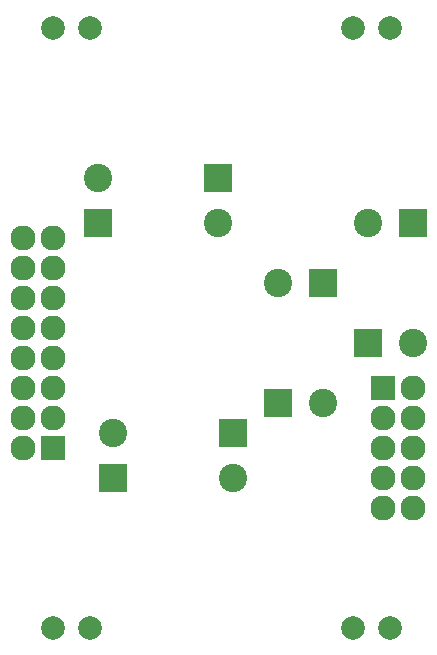
<source format=gbr>
G04 #@! TF.FileFunction,Soldermask,Bot*
%FSLAX46Y46*%
G04 Gerber Fmt 4.6, Leading zero omitted, Abs format (unit mm)*
G04 Created by KiCad (PCBNEW (after 2015-mar-04 BZR unknown)-product) date Mon 16 Nov 2015 02:55:06 AM EST*
%MOMM*%
G01*
G04 APERTURE LIST*
%ADD10C,0.100000*%
%ADD11C,2.398980*%
%ADD12R,2.398980X2.398980*%
%ADD13R,2.127200X2.127200*%
%ADD14O,2.127200X2.127200*%
%ADD15C,2.000200*%
G04 APERTURE END LIST*
D10*
D11*
X83820000Y-119380000D03*
D12*
X93980000Y-119380000D03*
D11*
X93980000Y-123190000D03*
D12*
X83820000Y-123190000D03*
D11*
X110490000Y-133350000D03*
D12*
X110490000Y-123190000D03*
D11*
X106680000Y-123190000D03*
D12*
X106680000Y-133350000D03*
D11*
X85090000Y-140970000D03*
D12*
X95250000Y-140970000D03*
D11*
X95250000Y-144780000D03*
D12*
X85090000Y-144780000D03*
D11*
X102870000Y-138430000D03*
D12*
X102870000Y-128270000D03*
D11*
X99060000Y-128270000D03*
D12*
X99060000Y-138430000D03*
D13*
X107950000Y-137160000D03*
D14*
X110490000Y-137160000D03*
X107950000Y-139700000D03*
X110490000Y-139700000D03*
X107950000Y-142240000D03*
X110490000Y-142240000D03*
X107950000Y-144780000D03*
X110490000Y-144780000D03*
X107950000Y-147320000D03*
X110490000Y-147320000D03*
D13*
X80010000Y-142240000D03*
D14*
X77470000Y-142240000D03*
X80010000Y-139700000D03*
X77470000Y-139700000D03*
X80010000Y-137160000D03*
X77470000Y-137160000D03*
X80010000Y-134620000D03*
X77470000Y-134620000D03*
X80010000Y-132080000D03*
X77470000Y-132080000D03*
X80010000Y-129540000D03*
X77470000Y-129540000D03*
X80010000Y-127000000D03*
X77470000Y-127000000D03*
X80010000Y-124460000D03*
X77470000Y-124460000D03*
D15*
X105410000Y-106680000D03*
X108585000Y-106680000D03*
X80010000Y-106680000D03*
X83185000Y-106680000D03*
X80010000Y-157480000D03*
X83185000Y-157480000D03*
X105410000Y-157480000D03*
X108585000Y-157480000D03*
M02*

</source>
